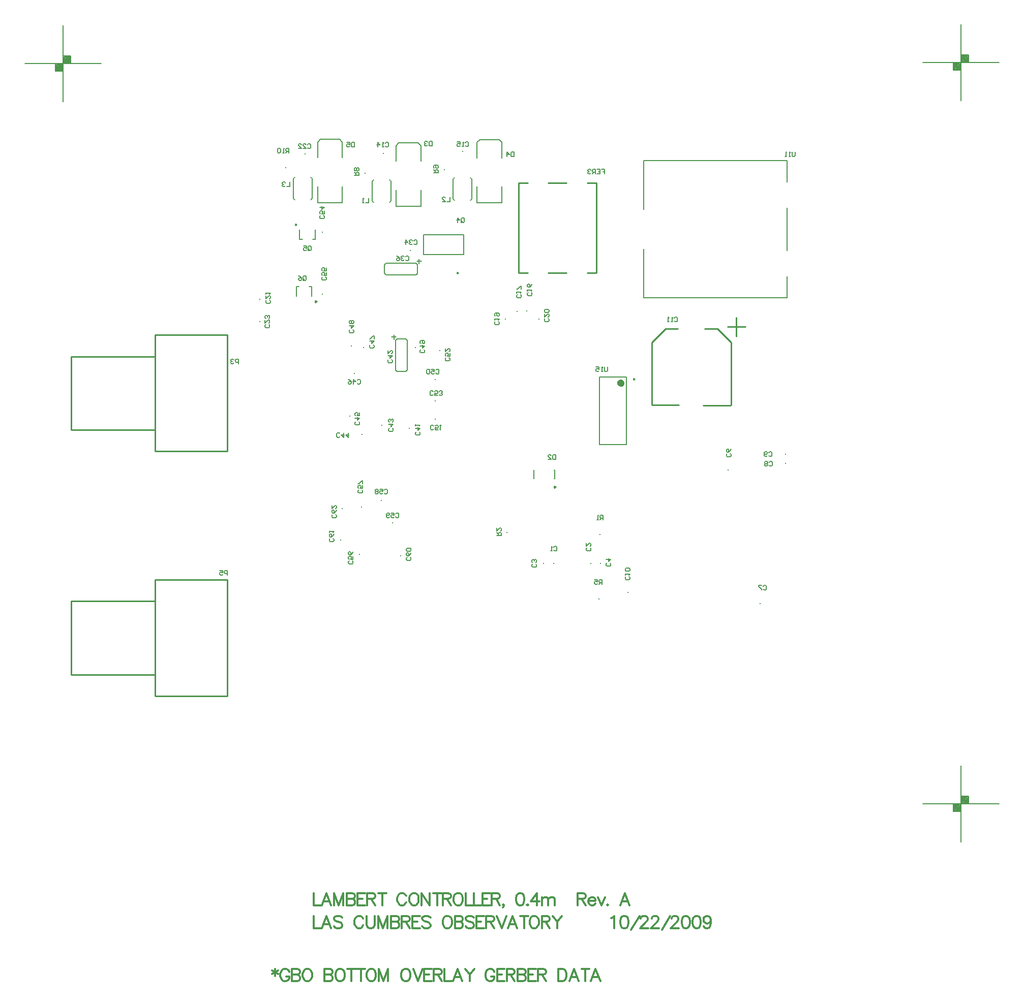
<source format=gbo>
%FSLAX23Y23*%
%MOIN*%
G70*
G01*
G75*
G04 Layer_Color=32896*
%ADD10R,0.050X0.050*%
%ADD11R,0.035X0.053*%
%ADD12R,0.053X0.053*%
%ADD13R,0.050X0.050*%
%ADD14R,0.070X0.135*%
%ADD15O,0.087X0.024*%
%ADD16R,0.135X0.070*%
%ADD17R,0.030X0.125*%
%ADD18R,0.078X0.048*%
%ADD19R,0.067X0.040*%
%ADD20R,0.037X0.035*%
%ADD21R,0.037X0.035*%
%ADD22R,0.065X0.012*%
%ADD23R,0.065X0.024*%
%ADD24R,0.075X0.063*%
%ADD25R,0.063X0.106*%
%ADD26R,0.150X0.110*%
%ADD27O,0.028X0.018*%
%ADD28R,0.067X0.067*%
%ADD29R,0.125X0.170*%
%ADD30R,0.110X0.030*%
%ADD31R,0.067X0.014*%
%ADD32O,0.083X0.012*%
%ADD33O,0.012X0.083*%
%ADD34R,0.138X0.085*%
%ADD35R,0.043X0.085*%
%ADD36R,0.043X0.085*%
%ADD37R,0.047X0.055*%
%ADD38O,0.012X0.071*%
%ADD39O,0.071X0.012*%
%ADD40R,0.075X0.059*%
%ADD41R,0.017X0.017*%
%ADD42R,0.134X0.134*%
%ADD43O,0.010X0.035*%
%ADD44O,0.035X0.010*%
%ADD45C,0.005*%
%ADD46C,0.010*%
%ADD47C,0.040*%
%ADD48C,0.020*%
%ADD49C,0.012*%
%ADD50C,0.008*%
%ADD51C,0.012*%
%ADD52C,0.012*%
%ADD53C,0.120*%
%ADD54C,0.060*%
%ADD55C,0.079*%
%ADD56C,0.087*%
%ADD57C,0.020*%
%ADD58C,0.059*%
%ADD59R,0.059X0.059*%
%ADD60C,0.080*%
%ADD61R,0.080X0.080*%
%ADD62C,0.157*%
%ADD63C,0.047*%
%ADD64R,0.087X0.087*%
%ADD65C,0.250*%
%ADD66R,0.062X0.062*%
%ADD67C,0.062*%
%ADD68C,0.030*%
%ADD69C,0.024*%
%ADD70C,0.028*%
%ADD71C,0.090*%
%ADD72C,0.050*%
%ADD73C,0.130*%
%ADD74C,0.103*%
%ADD75C,0.071*%
%ADD76C,0.030*%
%ADD77C,0.055*%
G04:AMPARAMS|DCode=78|XSize=100mil|YSize=100mil|CornerRadius=0mil|HoleSize=0mil|Usage=FLASHONLY|Rotation=0.000|XOffset=0mil|YOffset=0mil|HoleType=Round|Shape=Relief|Width=10mil|Gap=10mil|Entries=4|*
%AMTHD78*
7,0,0,0.100,0.080,0.010,45*
%
%ADD78THD78*%
%ADD79C,0.111*%
%ADD80C,0.056*%
%ADD81C,0.147*%
%ADD82C,0.044*%
%ADD83C,0.059*%
%ADD84C,0.048*%
%ADD85C,0.067*%
%ADD86C,0.140*%
%ADD87C,0.055*%
%ADD88C,0.036*%
G04:AMPARAMS|DCode=89|XSize=70mil|YSize=70mil|CornerRadius=0mil|HoleSize=0mil|Usage=FLASHONLY|Rotation=0.000|XOffset=0mil|YOffset=0mil|HoleType=Round|Shape=Relief|Width=10mil|Gap=10mil|Entries=4|*
%AMTHD89*
7,0,0,0.070,0.050,0.010,45*
%
%ADD89THD89*%
%ADD90C,0.033*%
G04:AMPARAMS|DCode=91|XSize=90mil|YSize=90mil|CornerRadius=0mil|HoleSize=0mil|Usage=FLASHONLY|Rotation=0.000|XOffset=0mil|YOffset=0mil|HoleType=Round|Shape=Relief|Width=10mil|Gap=10mil|Entries=4|*
%AMTHD91*
7,0,0,0.090,0.070,0.010,45*
%
%ADD91THD91*%
G04:AMPARAMS|DCode=92|XSize=111.181mil|YSize=111.181mil|CornerRadius=0mil|HoleSize=0mil|Usage=FLASHONLY|Rotation=0.000|XOffset=0mil|YOffset=0mil|HoleType=Round|Shape=Relief|Width=10mil|Gap=10mil|Entries=4|*
%AMTHD92*
7,0,0,0.111,0.091,0.010,45*
%
%ADD92THD92*%
G04:AMPARAMS|DCode=93|XSize=95.433mil|YSize=95.433mil|CornerRadius=0mil|HoleSize=0mil|Usage=FLASHONLY|Rotation=0.000|XOffset=0mil|YOffset=0mil|HoleType=Round|Shape=Relief|Width=10mil|Gap=10mil|Entries=4|*
%AMTHD93*
7,0,0,0.095,0.075,0.010,45*
%
%ADD93THD93*%
G04:AMPARAMS|DCode=94|XSize=150.551mil|YSize=150.551mil|CornerRadius=0mil|HoleSize=0mil|Usage=FLASHONLY|Rotation=0.000|XOffset=0mil|YOffset=0mil|HoleType=Round|Shape=Relief|Width=10mil|Gap=10mil|Entries=4|*
%AMTHD94*
7,0,0,0.151,0.131,0.010,45*
%
%ADD94THD94*%
G04:AMPARAMS|DCode=95|XSize=96.221mil|YSize=96.221mil|CornerRadius=0mil|HoleSize=0mil|Usage=FLASHONLY|Rotation=0.000|XOffset=0mil|YOffset=0mil|HoleType=Round|Shape=Relief|Width=10mil|Gap=10mil|Entries=4|*
%AMTHD95*
7,0,0,0.096,0.076,0.010,45*
%
%ADD95THD95*%
G04:AMPARAMS|DCode=96|XSize=107.244mil|YSize=107.244mil|CornerRadius=0mil|HoleSize=0mil|Usage=FLASHONLY|Rotation=0.000|XOffset=0mil|YOffset=0mil|HoleType=Round|Shape=Relief|Width=10mil|Gap=10mil|Entries=4|*
%AMTHD96*
7,0,0,0.107,0.087,0.010,45*
%
%ADD96THD96*%
G04:AMPARAMS|DCode=97|XSize=180mil|YSize=180mil|CornerRadius=0mil|HoleSize=0mil|Usage=FLASHONLY|Rotation=0.000|XOffset=0mil|YOffset=0mil|HoleType=Round|Shape=Relief|Width=10mil|Gap=10mil|Entries=4|*
%AMTHD97*
7,0,0,0.180,0.160,0.010,45*
%
%ADD97THD97*%
G04:AMPARAMS|DCode=98|XSize=95mil|YSize=95mil|CornerRadius=0mil|HoleSize=0mil|Usage=FLASHONLY|Rotation=0.000|XOffset=0mil|YOffset=0mil|HoleType=Round|Shape=Relief|Width=10mil|Gap=10mil|Entries=4|*
%AMTHD98*
7,0,0,0.095,0.075,0.010,45*
%
%ADD98THD98*%
G04:AMPARAMS|DCode=99|XSize=75.748mil|YSize=75.748mil|CornerRadius=0mil|HoleSize=0mil|Usage=FLASHONLY|Rotation=0.000|XOffset=0mil|YOffset=0mil|HoleType=Round|Shape=Relief|Width=10mil|Gap=10mil|Entries=4|*
%AMTHD99*
7,0,0,0.076,0.056,0.010,45*
%
%ADD99THD99*%
G04:AMPARAMS|DCode=100|XSize=73mil|YSize=73mil|CornerRadius=0mil|HoleSize=0mil|Usage=FLASHONLY|Rotation=0.000|XOffset=0mil|YOffset=0mil|HoleType=Round|Shape=Relief|Width=10mil|Gap=10mil|Entries=4|*
%AMTHD100*
7,0,0,0.073,0.053,0.010,45*
%
%ADD100THD100*%
%ADD101R,0.048X0.078*%
%ADD102R,0.200X0.040*%
%ADD103R,0.200X0.150*%
%ADD104R,0.106X0.150*%
%ADD105R,0.086X0.060*%
%ADD106R,0.130X0.094*%
%ADD107R,0.098X0.268*%
%ADD108R,0.035X0.037*%
%ADD109R,0.035X0.037*%
%ADD110C,0.010*%
%ADD111C,0.010*%
%ADD112C,0.007*%
%ADD113C,0.008*%
%ADD114C,0.024*%
%ADD115C,0.012*%
%ADD116C,0.012*%
%ADD117R,0.280X0.130*%
%ADD118R,0.054X0.054*%
%ADD119R,0.039X0.057*%
%ADD120R,0.057X0.057*%
%ADD121R,0.054X0.054*%
%ADD122R,0.074X0.139*%
%ADD123O,0.091X0.028*%
%ADD124R,0.139X0.074*%
%ADD125R,0.034X0.129*%
%ADD126R,0.082X0.052*%
%ADD127R,0.071X0.044*%
%ADD128R,0.041X0.039*%
%ADD129R,0.041X0.039*%
%ADD130R,0.069X0.016*%
%ADD131R,0.069X0.028*%
%ADD132R,0.079X0.067*%
%ADD133R,0.067X0.110*%
%ADD134R,0.154X0.114*%
%ADD135O,0.032X0.022*%
%ADD136R,0.071X0.071*%
%ADD137R,0.129X0.174*%
%ADD138R,0.114X0.034*%
%ADD139R,0.071X0.018*%
%ADD140O,0.087X0.016*%
%ADD141O,0.016X0.087*%
%ADD142R,0.142X0.089*%
%ADD143R,0.047X0.089*%
%ADD144R,0.047X0.089*%
%ADD145R,0.051X0.059*%
%ADD146O,0.016X0.075*%
%ADD147O,0.075X0.016*%
%ADD148R,0.079X0.063*%
%ADD149R,0.021X0.021*%
%ADD150R,0.138X0.138*%
%ADD151O,0.014X0.039*%
%ADD152O,0.039X0.014*%
%ADD153C,0.124*%
%ADD154C,0.064*%
%ADD155C,0.083*%
%ADD156C,0.091*%
%ADD157C,0.063*%
%ADD158R,0.063X0.063*%
%ADD159C,0.084*%
%ADD160R,0.084X0.084*%
%ADD161C,0.161*%
%ADD162R,0.004X0.004*%
%ADD163C,0.004*%
%ADD164C,0.051*%
%ADD165R,0.091X0.091*%
%ADD166C,0.254*%
%ADD167R,0.066X0.066*%
%ADD168C,0.066*%
%ADD169C,0.034*%
%ADD170C,0.032*%
%ADD171R,0.052X0.082*%
%ADD172R,0.204X0.044*%
%ADD173R,0.204X0.154*%
%ADD174R,0.110X0.154*%
%ADD175R,0.090X0.064*%
%ADD176R,0.134X0.098*%
%ADD177R,0.102X0.272*%
%ADD178R,0.039X0.041*%
%ADD179R,0.039X0.041*%
D45*
X19807Y10670D02*
X19812Y10665D01*
Y10655D01*
X19807Y10650D01*
X19787D01*
X19782Y10655D01*
Y10665D01*
X19787Y10670D01*
X19812Y10700D02*
Y10680D01*
X19797D01*
X19802Y10690D01*
Y10695D01*
X19797Y10700D01*
X19787D01*
X19782Y10695D01*
Y10685D01*
X19787Y10680D01*
X19812Y10730D02*
X19807Y10720D01*
X19797Y10710D01*
X19787D01*
X19782Y10715D01*
Y10725D01*
X19787Y10730D01*
X19792D01*
X19797Y10725D01*
Y10710D01*
X19869Y11135D02*
X19874Y11130D01*
Y11120D01*
X19869Y11115D01*
X19849D01*
X19844Y11120D01*
Y11130D01*
X19849Y11135D01*
X19874Y11165D02*
Y11145D01*
X19859D01*
X19864Y11155D01*
Y11160D01*
X19859Y11165D01*
X19849D01*
X19844Y11160D01*
Y11150D01*
X19849Y11145D01*
X19874Y11175D02*
Y11195D01*
X19869D01*
X19849Y11175D01*
X19844D01*
X20016Y11136D02*
X20021Y11141D01*
X20031D01*
X20036Y11136D01*
Y11116D01*
X20031Y11111D01*
X20021D01*
X20016Y11116D01*
X19986Y11141D02*
X20006D01*
Y11126D01*
X19996Y11131D01*
X19991D01*
X19986Y11126D01*
Y11116D01*
X19991Y11111D01*
X20001D01*
X20006Y11116D01*
X19976Y11136D02*
X19971Y11141D01*
X19961D01*
X19956Y11136D01*
Y11131D01*
X19961Y11126D01*
X19956Y11121D01*
Y11116D01*
X19961Y11111D01*
X19971D01*
X19976Y11116D01*
Y11121D01*
X19971Y11126D01*
X19976Y11131D01*
Y11136D01*
X19971Y11126D02*
X19961D01*
X20091Y10979D02*
X20096Y10984D01*
X20106D01*
X20111Y10979D01*
Y10959D01*
X20106Y10954D01*
X20096D01*
X20091Y10959D01*
X20061Y10984D02*
X20081D01*
Y10969D01*
X20071Y10974D01*
X20066D01*
X20061Y10969D01*
Y10959D01*
X20066Y10954D01*
X20076D01*
X20081Y10959D01*
X20051D02*
X20046Y10954D01*
X20036D01*
X20031Y10959D01*
Y10979D01*
X20036Y10984D01*
X20046D01*
X20051Y10979D01*
Y10974D01*
X20046Y10969D01*
X20031D01*
X20187Y10694D02*
X20192Y10689D01*
Y10679D01*
X20187Y10674D01*
X20167D01*
X20162Y10679D01*
Y10689D01*
X20167Y10694D01*
X20192Y10724D02*
X20187Y10714D01*
X20177Y10704D01*
X20167D01*
X20162Y10709D01*
Y10719D01*
X20167Y10724D01*
X20172D01*
X20177Y10719D01*
Y10704D01*
X20187Y10734D02*
X20192Y10739D01*
Y10749D01*
X20187Y10754D01*
X20167D01*
X20162Y10749D01*
Y10739D01*
X20167Y10734D01*
X20187D01*
X19682Y10818D02*
X19687Y10813D01*
Y10803D01*
X19682Y10798D01*
X19662D01*
X19657Y10803D01*
Y10813D01*
X19662Y10818D01*
X19687Y10848D02*
X19682Y10838D01*
X19672Y10828D01*
X19662D01*
X19657Y10833D01*
Y10843D01*
X19662Y10848D01*
X19667D01*
X19672Y10843D01*
Y10828D01*
X19657Y10858D02*
Y10868D01*
Y10863D01*
X19687D01*
X19682Y10858D01*
X19698Y10974D02*
X19703Y10969D01*
Y10959D01*
X19698Y10954D01*
X19678D01*
X19673Y10959D01*
Y10969D01*
X19678Y10974D01*
X19703Y11004D02*
X19698Y10994D01*
X19688Y10984D01*
X19678D01*
X19673Y10989D01*
Y10999D01*
X19678Y11004D01*
X19683D01*
X19688Y10999D01*
Y10984D01*
X19673Y11034D02*
Y11014D01*
X19693Y11034D01*
X19698D01*
X19703Y11029D01*
Y11019D01*
X19698Y11014D01*
X21480Y11943D02*
Y11918D01*
X21475Y11913D01*
X21465D01*
X21460Y11918D01*
Y11943D01*
X21450Y11913D02*
X21440D01*
X21445D01*
Y11943D01*
X21450Y11938D01*
X21405Y11943D02*
X21425D01*
Y11928D01*
X21415Y11933D01*
X21410D01*
X21405Y11928D01*
Y11918D01*
X21410Y11913D01*
X21420D01*
X21425Y11918D01*
X21441Y13239D02*
X21461D01*
Y13224D01*
X21451D01*
X21461D01*
Y13209D01*
X21411Y13239D02*
X21431D01*
Y13209D01*
X21411D01*
X21431Y13224D02*
X21421D01*
X21401Y13209D02*
Y13239D01*
X21386D01*
X21381Y13234D01*
Y13224D01*
X21386Y13219D01*
X21401D01*
X21391D02*
X21381Y13209D01*
X21371Y13234D02*
X21366Y13239D01*
X21356D01*
X21351Y13234D01*
Y13229D01*
X21356Y13224D01*
X21361D01*
X21356D01*
X21351Y13219D01*
Y13214D01*
X21356Y13209D01*
X21366D01*
X21371Y13214D01*
X22709Y13354D02*
Y13329D01*
X22704Y13324D01*
X22694D01*
X22689Y13329D01*
Y13354D01*
X22679Y13324D02*
X22669D01*
X22674D01*
Y13354D01*
X22679Y13349D01*
X22654Y13324D02*
X22644D01*
X22649D01*
Y13354D01*
X22654Y13349D01*
X20211Y12770D02*
X20216Y12775D01*
X20226D01*
X20231Y12770D01*
Y12750D01*
X20226Y12745D01*
X20216D01*
X20211Y12750D01*
X20201Y12770D02*
X20196Y12775D01*
X20186D01*
X20181Y12770D01*
Y12765D01*
X20186Y12760D01*
X20191D01*
X20186D01*
X20181Y12755D01*
Y12750D01*
X20186Y12745D01*
X20196D01*
X20201Y12750D01*
X20156Y12745D02*
Y12775D01*
X20171Y12760D01*
X20151D01*
X20156Y12665D02*
X20161Y12670D01*
X20171D01*
X20176Y12665D01*
Y12645D01*
X20171Y12640D01*
X20161D01*
X20156Y12645D01*
X20146Y12665D02*
X20141Y12670D01*
X20131D01*
X20126Y12665D01*
Y12660D01*
X20131Y12655D01*
X20136D01*
X20131D01*
X20126Y12650D01*
Y12645D01*
X20131Y12640D01*
X20141D01*
X20146Y12645D01*
X20096Y12670D02*
X20106Y12665D01*
X20116Y12655D01*
Y12645D01*
X20111Y12640D01*
X20101D01*
X20096Y12645D01*
Y12650D01*
X20101Y12655D01*
X20116D01*
X20246Y11516D02*
X20251Y11511D01*
Y11501D01*
X20246Y11496D01*
X20226D01*
X20221Y11501D01*
Y11511D01*
X20226Y11516D01*
X20221Y11541D02*
X20251D01*
X20236Y11526D01*
Y11546D01*
X20221Y11556D02*
Y11566D01*
Y11561D01*
X20251D01*
X20246Y11556D01*
X20064Y11990D02*
X20069Y11985D01*
Y11975D01*
X20064Y11970D01*
X20044D01*
X20039Y11975D01*
Y11985D01*
X20044Y11990D01*
X20039Y12015D02*
X20069D01*
X20054Y12000D01*
Y12020D01*
X20039Y12050D02*
Y12030D01*
X20059Y12050D01*
X20064D01*
X20069Y12045D01*
Y12035D01*
X20064Y12030D01*
X20069Y11540D02*
X20074Y11535D01*
Y11525D01*
X20069Y11520D01*
X20049D01*
X20044Y11525D01*
Y11535D01*
X20049Y11540D01*
X20044Y11565D02*
X20074D01*
X20059Y11550D01*
Y11570D01*
X20069Y11580D02*
X20074Y11585D01*
Y11595D01*
X20069Y11600D01*
X20064D01*
X20059Y11595D01*
Y11590D01*
Y11595D01*
X20054Y11600D01*
X20049D01*
X20044Y11595D01*
Y11585D01*
X20049Y11580D01*
X19724Y11486D02*
X19719Y11481D01*
X19709D01*
X19704Y11486D01*
Y11506D01*
X19709Y11511D01*
X19719D01*
X19724Y11506D01*
X19749Y11511D02*
Y11481D01*
X19734Y11496D01*
X19754D01*
X19779Y11511D02*
Y11481D01*
X19764Y11496D01*
X19784D01*
X19850Y11583D02*
X19855Y11578D01*
Y11568D01*
X19850Y11563D01*
X19830D01*
X19825Y11568D01*
Y11578D01*
X19830Y11583D01*
X19825Y11608D02*
X19855D01*
X19840Y11593D01*
Y11613D01*
X19855Y11643D02*
Y11623D01*
X19840D01*
X19845Y11633D01*
Y11638D01*
X19840Y11643D01*
X19830D01*
X19825Y11638D01*
Y11628D01*
X19830Y11623D01*
X19839Y11855D02*
X19844Y11860D01*
X19854D01*
X19859Y11855D01*
Y11835D01*
X19854Y11830D01*
X19844D01*
X19839Y11835D01*
X19814Y11830D02*
Y11860D01*
X19829Y11845D01*
X19809D01*
X19779Y11860D02*
X19789Y11855D01*
X19799Y11845D01*
Y11835D01*
X19794Y11830D01*
X19784D01*
X19779Y11835D01*
Y11840D01*
X19784Y11845D01*
X19799D01*
X19945Y12087D02*
X19950Y12082D01*
Y12072D01*
X19945Y12067D01*
X19925D01*
X19920Y12072D01*
Y12082D01*
X19925Y12087D01*
X19920Y12112D02*
X19950D01*
X19935Y12097D01*
Y12117D01*
X19950Y12127D02*
Y12147D01*
X19945D01*
X19925Y12127D01*
X19920D01*
X19812Y12187D02*
X19817Y12182D01*
Y12172D01*
X19812Y12167D01*
X19792D01*
X19787Y12172D01*
Y12182D01*
X19792Y12187D01*
X19787Y12212D02*
X19817D01*
X19802Y12197D01*
Y12217D01*
X19812Y12227D02*
X19817Y12232D01*
Y12242D01*
X19812Y12247D01*
X19807D01*
X19802Y12242D01*
X19797Y12247D01*
X19792D01*
X19787Y12242D01*
Y12232D01*
X19792Y12227D01*
X19797D01*
X19802Y12232D01*
X19807Y12227D01*
X19812D01*
X19802Y12232D02*
Y12242D01*
X20277Y12056D02*
X20282Y12051D01*
Y12041D01*
X20277Y12036D01*
X20257D01*
X20252Y12041D01*
Y12051D01*
X20257Y12056D01*
X20252Y12081D02*
X20282D01*
X20267Y12066D01*
Y12086D01*
X20257Y12096D02*
X20252Y12101D01*
Y12111D01*
X20257Y12116D01*
X20277D01*
X20282Y12111D01*
Y12101D01*
X20277Y12096D01*
X20272D01*
X20267Y12101D01*
Y12116D01*
X20355Y11922D02*
X20360Y11927D01*
X20370D01*
X20375Y11922D01*
Y11902D01*
X20370Y11897D01*
X20360D01*
X20355Y11902D01*
X20325Y11927D02*
X20345D01*
Y11912D01*
X20335Y11917D01*
X20330D01*
X20325Y11912D01*
Y11902D01*
X20330Y11897D01*
X20340D01*
X20345Y11902D01*
X20315Y11922D02*
X20310Y11927D01*
X20300D01*
X20295Y11922D01*
Y11902D01*
X20300Y11897D01*
X20310D01*
X20315Y11902D01*
Y11922D01*
X20340Y11536D02*
X20335Y11531D01*
X20325D01*
X20320Y11536D01*
Y11556D01*
X20325Y11561D01*
X20335D01*
X20340Y11556D01*
X20370Y11531D02*
X20350D01*
Y11546D01*
X20360Y11541D01*
X20365D01*
X20370Y11546D01*
Y11556D01*
X20365Y11561D01*
X20355D01*
X20350Y11556D01*
X20380Y11561D02*
X20390D01*
X20385D01*
Y11531D01*
X20380Y11536D01*
X20441Y12003D02*
X20446Y11998D01*
Y11988D01*
X20441Y11983D01*
X20421D01*
X20416Y11988D01*
Y11998D01*
X20421Y12003D01*
X20446Y12033D02*
Y12013D01*
X20431D01*
X20436Y12023D01*
Y12028D01*
X20431Y12033D01*
X20421D01*
X20416Y12028D01*
Y12018D01*
X20421Y12013D01*
X20416Y12063D02*
Y12043D01*
X20436Y12063D01*
X20441D01*
X20446Y12058D01*
Y12048D01*
X20441Y12043D01*
X20336Y11761D02*
X20331Y11756D01*
X20321D01*
X20316Y11761D01*
Y11781D01*
X20321Y11786D01*
X20331D01*
X20336Y11781D01*
X20366Y11756D02*
X20346D01*
Y11771D01*
X20356Y11766D01*
X20361D01*
X20366Y11771D01*
Y11781D01*
X20361Y11786D01*
X20351D01*
X20346Y11781D01*
X20376Y11761D02*
X20381Y11756D01*
X20391D01*
X20396Y11761D01*
Y11766D01*
X20391Y11771D01*
X20386D01*
X20391D01*
X20396Y11776D01*
Y11781D01*
X20391Y11786D01*
X20381D01*
X20376Y11781D01*
X19060Y11964D02*
Y11994D01*
X19045D01*
X19040Y11989D01*
Y11979D01*
X19045Y11974D01*
X19060D01*
X19030Y11989D02*
X19025Y11994D01*
X19015D01*
X19010Y11989D01*
Y11984D01*
X19015Y11979D01*
X19020D01*
X19015D01*
X19010Y11974D01*
Y11969D01*
X19015Y11964D01*
X19025D01*
X19030Y11969D01*
X18988Y10577D02*
Y10607D01*
X18973D01*
X18968Y10602D01*
Y10592D01*
X18973Y10587D01*
X18988D01*
X18938Y10607D02*
X18958D01*
Y10592D01*
X18948Y10597D01*
X18943D01*
X18938Y10592D01*
Y10582D01*
X18943Y10577D01*
X18953D01*
X18958Y10582D01*
X20521Y12895D02*
Y12915D01*
X20526Y12920D01*
X20536D01*
X20541Y12915D01*
Y12895D01*
X20536Y12890D01*
X20526D01*
X20531Y12900D02*
X20521Y12890D01*
X20526D02*
X20521Y12895D01*
X20496Y12890D02*
Y12920D01*
X20511Y12905D01*
X20491D01*
X21918Y12264D02*
X21923Y12269D01*
X21933D01*
X21938Y12264D01*
Y12244D01*
X21933Y12239D01*
X21923D01*
X21918Y12244D01*
X21908Y12239D02*
X21898D01*
X21903D01*
Y12269D01*
X21908Y12264D01*
X21883Y12239D02*
X21873D01*
X21878D01*
Y12269D01*
X21883Y12264D01*
X20023Y13411D02*
X20028Y13416D01*
X20038D01*
X20043Y13411D01*
Y13391D01*
X20038Y13386D01*
X20028D01*
X20023Y13391D01*
X20013Y13386D02*
X20003D01*
X20008D01*
Y13416D01*
X20013Y13411D01*
X19973Y13386D02*
Y13416D01*
X19988Y13401D01*
X19968D01*
X20548Y13414D02*
X20553Y13419D01*
X20563D01*
X20568Y13414D01*
Y13394D01*
X20563Y13389D01*
X20553D01*
X20548Y13394D01*
X20538Y13389D02*
X20528D01*
X20533D01*
Y13419D01*
X20538Y13414D01*
X20493Y13419D02*
X20513D01*
Y13404D01*
X20503Y13409D01*
X20498D01*
X20493Y13404D01*
Y13394D01*
X20498Y13389D01*
X20508D01*
X20513Y13394D01*
X20979Y12431D02*
X20984Y12426D01*
Y12416D01*
X20979Y12411D01*
X20959D01*
X20954Y12416D01*
Y12426D01*
X20959Y12431D01*
X20954Y12441D02*
Y12451D01*
Y12446D01*
X20984D01*
X20979Y12441D01*
X20984Y12486D02*
X20979Y12476D01*
X20969Y12466D01*
X20959D01*
X20954Y12471D01*
Y12481D01*
X20959Y12486D01*
X20964D01*
X20969Y12481D01*
Y12466D01*
X20909Y12418D02*
X20914Y12413D01*
Y12403D01*
X20909Y12398D01*
X20889D01*
X20884Y12403D01*
Y12413D01*
X20889Y12418D01*
X20884Y12428D02*
Y12438D01*
Y12433D01*
X20914D01*
X20909Y12428D01*
X20914Y12453D02*
Y12473D01*
X20909D01*
X20889Y12453D01*
X20884D01*
X20764Y12240D02*
X20769Y12235D01*
Y12225D01*
X20764Y12220D01*
X20744D01*
X20739Y12225D01*
Y12235D01*
X20744Y12240D01*
X20739Y12250D02*
Y12260D01*
Y12255D01*
X20769D01*
X20764Y12250D01*
X20744Y12275D02*
X20739Y12280D01*
Y12290D01*
X20744Y12295D01*
X20764D01*
X20769Y12290D01*
Y12280D01*
X20764Y12275D01*
X20759D01*
X20754Y12280D01*
Y12295D01*
X21091Y12260D02*
X21096Y12255D01*
Y12245D01*
X21091Y12240D01*
X21071D01*
X21066Y12245D01*
Y12255D01*
X21071Y12260D01*
X21066Y12290D02*
Y12270D01*
X21086Y12290D01*
X21091D01*
X21096Y12285D01*
Y12275D01*
X21091Y12270D01*
Y12300D02*
X21096Y12305D01*
Y12315D01*
X21091Y12320D01*
X21071D01*
X21066Y12315D01*
Y12305D01*
X21071Y12300D01*
X21091D01*
X19264Y12380D02*
X19269Y12375D01*
Y12365D01*
X19264Y12360D01*
X19244D01*
X19239Y12365D01*
Y12375D01*
X19244Y12380D01*
X19239Y12410D02*
Y12390D01*
X19259Y12410D01*
X19264D01*
X19269Y12405D01*
Y12395D01*
X19264Y12390D01*
X19239Y12420D02*
Y12430D01*
Y12425D01*
X19269D01*
X19264Y12420D01*
X19513Y13400D02*
X19518Y13405D01*
X19528D01*
X19533Y13400D01*
Y13380D01*
X19528Y13375D01*
X19518D01*
X19513Y13380D01*
X19483Y13375D02*
X19503D01*
X19483Y13395D01*
Y13400D01*
X19488Y13405D01*
X19498D01*
X19503Y13400D01*
X19453Y13375D02*
X19473D01*
X19453Y13395D01*
Y13400D01*
X19458Y13405D01*
X19468D01*
X19473Y13400D01*
X19259Y12220D02*
X19264Y12215D01*
Y12205D01*
X19259Y12200D01*
X19239D01*
X19234Y12205D01*
Y12215D01*
X19239Y12220D01*
X19234Y12250D02*
Y12230D01*
X19254Y12250D01*
X19259D01*
X19264Y12245D01*
Y12235D01*
X19259Y12230D01*
Y12260D02*
X19264Y12265D01*
Y12275D01*
X19259Y12280D01*
X19254D01*
X19249Y12275D01*
Y12270D01*
Y12275D01*
X19244Y12280D01*
X19239D01*
X19234Y12275D01*
Y12265D01*
X19239Y12260D01*
X19618Y12936D02*
X19623Y12931D01*
Y12921D01*
X19618Y12916D01*
X19598D01*
X19593Y12921D01*
Y12931D01*
X19598Y12936D01*
X19623Y12966D02*
Y12946D01*
X19608D01*
X19613Y12956D01*
Y12961D01*
X19608Y12966D01*
X19598D01*
X19593Y12961D01*
Y12951D01*
X19598Y12946D01*
X19593Y12991D02*
X19623D01*
X19608Y12976D01*
Y12996D01*
X19631Y12532D02*
X19636Y12527D01*
Y12517D01*
X19631Y12512D01*
X19611D01*
X19606Y12517D01*
Y12527D01*
X19611Y12532D01*
X19636Y12562D02*
Y12542D01*
X19621D01*
X19626Y12552D01*
Y12557D01*
X19621Y12562D01*
X19611D01*
X19606Y12557D01*
Y12547D01*
X19611Y12542D01*
X19636Y12592D02*
Y12572D01*
X19621D01*
X19626Y12582D01*
Y12587D01*
X19621Y12592D01*
X19611D01*
X19606Y12587D01*
Y12577D01*
X19611Y12572D01*
X20329Y13422D02*
Y13392D01*
X20314D01*
X20309Y13397D01*
Y13417D01*
X20314Y13422D01*
X20329D01*
X20299Y13417D02*
X20294Y13422D01*
X20284D01*
X20279Y13417D01*
Y13412D01*
X20284Y13407D01*
X20289D01*
X20284D01*
X20279Y13402D01*
Y13397D01*
X20284Y13392D01*
X20294D01*
X20299Y13397D01*
X20867Y13352D02*
Y13322D01*
X20852D01*
X20847Y13327D01*
Y13347D01*
X20852Y13352D01*
X20867D01*
X20822Y13322D02*
Y13352D01*
X20837Y13337D01*
X20817D01*
X19820Y13415D02*
Y13385D01*
X19805D01*
X19800Y13390D01*
Y13410D01*
X19805Y13415D01*
X19820D01*
X19770D02*
X19790D01*
Y13400D01*
X19780Y13405D01*
X19775D01*
X19770Y13400D01*
Y13390D01*
X19775Y13385D01*
X19785D01*
X19790Y13390D01*
X19913Y13050D02*
Y13020D01*
X19893D01*
X19883D02*
X19873D01*
X19878D01*
Y13050D01*
X19883Y13045D01*
X20446Y13058D02*
Y13028D01*
X20426D01*
X20396D02*
X20416D01*
X20396Y13048D01*
Y13053D01*
X20401Y13058D01*
X20411D01*
X20416Y13053D01*
X19398Y13155D02*
Y13125D01*
X19378D01*
X19368Y13150D02*
X19363Y13155D01*
X19353D01*
X19348Y13150D01*
Y13145D01*
X19353Y13140D01*
X19358D01*
X19353D01*
X19348Y13135D01*
Y13130D01*
X19353Y13125D01*
X19363D01*
X19368Y13130D01*
X19516Y12710D02*
Y12730D01*
X19521Y12735D01*
X19531D01*
X19536Y12730D01*
Y12710D01*
X19531Y12705D01*
X19521D01*
X19526Y12715D02*
X19516Y12705D01*
X19521D02*
X19516Y12710D01*
X19486Y12735D02*
X19506D01*
Y12720D01*
X19496Y12725D01*
X19491D01*
X19486Y12720D01*
Y12710D01*
X19491Y12705D01*
X19501D01*
X19506Y12710D01*
X19485Y12516D02*
Y12536D01*
X19490Y12541D01*
X19500D01*
X19505Y12536D01*
Y12516D01*
X19500Y12511D01*
X19490D01*
X19495Y12521D02*
X19485Y12511D01*
X19490D02*
X19485Y12516D01*
X19455Y12541D02*
X19465Y12536D01*
X19475Y12526D01*
Y12516D01*
X19470Y12511D01*
X19460D01*
X19455Y12516D01*
Y12521D01*
X19460Y12526D01*
X19475D01*
X19820Y13199D02*
X19850D01*
Y13214D01*
X19845Y13219D01*
X19835D01*
X19830Y13214D01*
Y13199D01*
Y13209D02*
X19820Y13219D01*
X19845Y13229D02*
X19850Y13234D01*
Y13244D01*
X19845Y13249D01*
X19840D01*
X19835Y13244D01*
X19830Y13249D01*
X19825D01*
X19820Y13244D01*
Y13234D01*
X19825Y13229D01*
X19830D01*
X19835Y13234D01*
X19840Y13229D01*
X19845D01*
X19835Y13234D02*
Y13244D01*
X20339Y13216D02*
X20369D01*
Y13231D01*
X20364Y13236D01*
X20354D01*
X20349Y13231D01*
Y13216D01*
Y13226D02*
X20339Y13236D01*
X20344Y13246D02*
X20339Y13251D01*
Y13261D01*
X20344Y13266D01*
X20364D01*
X20369Y13261D01*
Y13251D01*
X20364Y13246D01*
X20359D01*
X20354Y13251D01*
Y13266D01*
X19391Y13347D02*
Y13377D01*
X19376D01*
X19371Y13372D01*
Y13362D01*
X19376Y13357D01*
X19391D01*
X19381D02*
X19371Y13347D01*
X19361D02*
X19351D01*
X19356D01*
Y13377D01*
X19361Y13372D01*
X19336D02*
X19331Y13377D01*
X19321D01*
X19316Y13372D01*
Y13352D01*
X19321Y13347D01*
X19331D01*
X19336Y13352D01*
Y13372D01*
X21128Y10761D02*
X21133Y10766D01*
X21143D01*
X21148Y10761D01*
Y10741D01*
X21143Y10736D01*
X21133D01*
X21128Y10741D01*
X21118Y10736D02*
X21108D01*
X21113D01*
Y10766D01*
X21118Y10761D01*
X21366Y10756D02*
X21371Y10751D01*
Y10741D01*
X21366Y10736D01*
X21346D01*
X21341Y10741D01*
Y10751D01*
X21346Y10756D01*
X21341Y10786D02*
Y10766D01*
X21361Y10786D01*
X21366D01*
X21371Y10781D01*
Y10771D01*
X21366Y10766D01*
X21010Y10649D02*
X21015Y10644D01*
Y10634D01*
X21010Y10629D01*
X20990D01*
X20985Y10634D01*
Y10644D01*
X20990Y10649D01*
X21010Y10659D02*
X21015Y10664D01*
Y10674D01*
X21010Y10679D01*
X21005D01*
X21000Y10674D01*
Y10669D01*
Y10674D01*
X20995Y10679D01*
X20990D01*
X20985Y10674D01*
Y10664D01*
X20990Y10659D01*
X21496Y10656D02*
X21501Y10651D01*
Y10641D01*
X21496Y10636D01*
X21476D01*
X21471Y10641D01*
Y10651D01*
X21476Y10656D01*
X21471Y10681D02*
X21501D01*
X21486Y10666D01*
Y10686D01*
X22285Y11374D02*
X22290Y11369D01*
Y11359D01*
X22285Y11354D01*
X22265D01*
X22260Y11359D01*
Y11369D01*
X22265Y11374D01*
X22290Y11404D02*
X22285Y11394D01*
X22275Y11384D01*
X22265D01*
X22260Y11389D01*
Y11399D01*
X22265Y11404D01*
X22270D01*
X22275Y11399D01*
Y11384D01*
X22501Y10504D02*
X22506Y10509D01*
X22516D01*
X22521Y10504D01*
Y10484D01*
X22516Y10479D01*
X22506D01*
X22501Y10484D01*
X22491Y10509D02*
X22471D01*
Y10504D01*
X22491Y10484D01*
Y10479D01*
X22540Y11317D02*
X22545Y11322D01*
X22555D01*
X22560Y11317D01*
Y11297D01*
X22555Y11292D01*
X22545D01*
X22540Y11297D01*
X22530Y11317D02*
X22525Y11322D01*
X22515D01*
X22510Y11317D01*
Y11312D01*
X22515Y11307D01*
X22510Y11302D01*
Y11297D01*
X22515Y11292D01*
X22525D01*
X22530Y11297D01*
Y11302D01*
X22525Y11307D01*
X22530Y11312D01*
Y11317D01*
X22525Y11307D02*
X22515D01*
X22538Y11380D02*
X22543Y11385D01*
X22553D01*
X22558Y11380D01*
Y11360D01*
X22553Y11355D01*
X22543D01*
X22538Y11360D01*
X22528D02*
X22523Y11355D01*
X22513D01*
X22508Y11360D01*
Y11380D01*
X22513Y11385D01*
X22523D01*
X22528Y11380D01*
Y11375D01*
X22523Y11370D01*
X22508D01*
X21622Y10567D02*
X21627Y10562D01*
Y10552D01*
X21622Y10547D01*
X21602D01*
X21597Y10552D01*
Y10562D01*
X21602Y10567D01*
X21597Y10577D02*
Y10587D01*
Y10582D01*
X21627D01*
X21622Y10577D01*
Y10602D02*
X21627Y10607D01*
Y10617D01*
X21622Y10622D01*
X21602D01*
X21597Y10617D01*
Y10607D01*
X21602Y10602D01*
X21622D01*
X21139Y11365D02*
Y11335D01*
X21124D01*
X21119Y11340D01*
Y11360D01*
X21124Y11365D01*
X21139D01*
X21089Y11335D02*
X21109D01*
X21089Y11355D01*
Y11360D01*
X21094Y11365D01*
X21104D01*
X21109Y11360D01*
X21451Y10940D02*
Y10970D01*
X21436D01*
X21431Y10965D01*
Y10955D01*
X21436Y10950D01*
X21451D01*
X21441D02*
X21431Y10940D01*
X21421D02*
X21411D01*
X21416D01*
Y10970D01*
X21421Y10965D01*
X20755Y10836D02*
X20785D01*
Y10851D01*
X20780Y10856D01*
X20770D01*
X20765Y10851D01*
Y10836D01*
Y10846D02*
X20755Y10856D01*
Y10886D02*
Y10866D01*
X20775Y10886D01*
X20780D01*
X20785Y10881D01*
Y10871D01*
X20780Y10866D01*
X21445Y10517D02*
Y10547D01*
X21430D01*
X21425Y10542D01*
Y10532D01*
X21430Y10527D01*
X21445D01*
X21435D02*
X21425Y10517D01*
X21395Y10547D02*
X21415D01*
Y10532D01*
X21405Y10537D01*
X21400D01*
X21395Y10532D01*
Y10522D01*
X21400Y10517D01*
X21410D01*
X21415Y10522D01*
D46*
X18515Y11389D02*
Y11771D01*
Y11389D02*
X18987D01*
Y11747D01*
X18515Y12153D02*
X18987D01*
Y11747D02*
Y12153D01*
X17964Y12011D02*
X18515D01*
X17964Y11531D02*
Y12011D01*
Y11531D02*
X18515D01*
Y11771D02*
Y12153D01*
Y9783D02*
Y10165D01*
Y9783D02*
X18987D01*
Y10141D01*
X18515Y10547D02*
X18987D01*
Y10141D02*
Y10547D01*
X17964Y10405D02*
X18515D01*
X17964Y9924D02*
Y10405D01*
Y9924D02*
X18515D01*
Y10165D02*
Y10547D01*
X21406Y12559D02*
Y13149D01*
X21346D02*
X21406D01*
X21346Y12559D02*
X21406D01*
X20896D02*
Y13149D01*
X20956D01*
X20896Y12559D02*
X20956D01*
X21091D02*
X21211D01*
X21091Y13149D02*
X21211D01*
X22199Y12194D02*
X22289Y12104D01*
X21769D02*
X21859Y12194D01*
X22289Y11694D02*
Y12104D01*
X21769Y11694D02*
Y12104D01*
X22323Y12142D02*
Y12268D01*
X22266Y12205D02*
X22385D01*
X21769Y11694D02*
X21948D01*
X22108Y11691D02*
X22286D01*
X21859Y12194D02*
X21941D01*
X22117D02*
X22199D01*
D49*
X19300Y7993D02*
Y7947D01*
X19281Y7982D02*
X19319Y7959D01*
Y7982D02*
X19281Y7959D01*
X19393Y7974D02*
X19389Y7982D01*
X19381Y7989D01*
X19374Y7993D01*
X19358D01*
X19351Y7989D01*
X19343Y7982D01*
X19339Y7974D01*
X19335Y7963D01*
Y7943D01*
X19339Y7932D01*
X19343Y7924D01*
X19351Y7917D01*
X19358Y7913D01*
X19374D01*
X19381Y7917D01*
X19389Y7924D01*
X19393Y7932D01*
Y7943D01*
X19374D02*
X19393D01*
X19411Y7993D02*
Y7913D01*
Y7993D02*
X19445D01*
X19457Y7989D01*
X19460Y7985D01*
X19464Y7978D01*
Y7970D01*
X19460Y7963D01*
X19457Y7959D01*
X19445Y7955D01*
X19411D02*
X19445D01*
X19457Y7951D01*
X19460Y7947D01*
X19464Y7940D01*
Y7928D01*
X19460Y7921D01*
X19457Y7917D01*
X19445Y7913D01*
X19411D01*
X19505Y7993D02*
X19497Y7989D01*
X19490Y7982D01*
X19486Y7974D01*
X19482Y7963D01*
Y7943D01*
X19486Y7932D01*
X19490Y7924D01*
X19497Y7917D01*
X19505Y7913D01*
X19520D01*
X19528Y7917D01*
X19535Y7924D01*
X19539Y7932D01*
X19543Y7943D01*
Y7963D01*
X19539Y7974D01*
X19535Y7982D01*
X19528Y7989D01*
X19520Y7993D01*
X19505D01*
X19625D02*
Y7913D01*
Y7993D02*
X19659D01*
X19670Y7989D01*
X19674Y7985D01*
X19678Y7978D01*
Y7970D01*
X19674Y7963D01*
X19670Y7959D01*
X19659Y7955D01*
X19625D02*
X19659D01*
X19670Y7951D01*
X19674Y7947D01*
X19678Y7940D01*
Y7928D01*
X19674Y7921D01*
X19670Y7917D01*
X19659Y7913D01*
X19625D01*
X19719Y7993D02*
X19711Y7989D01*
X19703Y7982D01*
X19700Y7974D01*
X19696Y7963D01*
Y7943D01*
X19700Y7932D01*
X19703Y7924D01*
X19711Y7917D01*
X19719Y7913D01*
X19734D01*
X19741Y7917D01*
X19749Y7924D01*
X19753Y7932D01*
X19757Y7943D01*
Y7963D01*
X19753Y7974D01*
X19749Y7982D01*
X19741Y7989D01*
X19734Y7993D01*
X19719D01*
X19802D02*
Y7913D01*
X19775Y7993D02*
X19829D01*
X19865D02*
Y7913D01*
X19838Y7993D02*
X19892D01*
X19924D02*
X19916Y7989D01*
X19909Y7982D01*
X19905Y7974D01*
X19901Y7963D01*
Y7943D01*
X19905Y7932D01*
X19909Y7924D01*
X19916Y7917D01*
X19924Y7913D01*
X19939D01*
X19947Y7917D01*
X19954Y7924D01*
X19958Y7932D01*
X19962Y7943D01*
Y7963D01*
X19958Y7974D01*
X19954Y7982D01*
X19947Y7989D01*
X19939Y7993D01*
X19924D01*
X19981D02*
Y7913D01*
Y7993D02*
X20011Y7913D01*
X20042Y7993D02*
X20011Y7913D01*
X20042Y7993D02*
Y7913D01*
X20150Y7993D02*
X20143Y7989D01*
X20135Y7982D01*
X20131Y7974D01*
X20127Y7963D01*
Y7943D01*
X20131Y7932D01*
X20135Y7924D01*
X20143Y7917D01*
X20150Y7913D01*
X20165D01*
X20173Y7917D01*
X20181Y7924D01*
X20184Y7932D01*
X20188Y7943D01*
Y7963D01*
X20184Y7974D01*
X20181Y7982D01*
X20173Y7989D01*
X20165Y7993D01*
X20150D01*
X20207D02*
X20237Y7913D01*
X20268Y7993D02*
X20237Y7913D01*
X20328Y7993D02*
X20278D01*
Y7913D01*
X20328D01*
X20278Y7955D02*
X20309D01*
X20341Y7993D02*
Y7913D01*
Y7993D02*
X20375D01*
X20387Y7989D01*
X20390Y7985D01*
X20394Y7978D01*
Y7970D01*
X20390Y7963D01*
X20387Y7959D01*
X20375Y7955D01*
X20341D01*
X20368D02*
X20394Y7913D01*
X20412Y7993D02*
Y7913D01*
X20458D01*
X20528D02*
X20497Y7993D01*
X20467Y7913D01*
X20478Y7940D02*
X20516D01*
X20546Y7993D02*
X20577Y7955D01*
Y7913D01*
X20607Y7993D02*
X20577Y7955D01*
X20737Y7974D02*
X20734Y7982D01*
X20726Y7989D01*
X20718Y7993D01*
X20703D01*
X20696Y7989D01*
X20688Y7982D01*
X20684Y7974D01*
X20680Y7963D01*
Y7943D01*
X20684Y7932D01*
X20688Y7924D01*
X20696Y7917D01*
X20703Y7913D01*
X20718D01*
X20726Y7917D01*
X20734Y7924D01*
X20737Y7932D01*
Y7943D01*
X20718D02*
X20737D01*
X20805Y7993D02*
X20756D01*
Y7913D01*
X20805D01*
X20756Y7955D02*
X20786D01*
X20819Y7993D02*
Y7913D01*
Y7993D02*
X20853D01*
X20864Y7989D01*
X20868Y7985D01*
X20872Y7978D01*
Y7970D01*
X20868Y7963D01*
X20864Y7959D01*
X20853Y7955D01*
X20819D01*
X20845D02*
X20872Y7913D01*
X20890Y7993D02*
Y7913D01*
Y7993D02*
X20924D01*
X20936Y7989D01*
X20939Y7985D01*
X20943Y7978D01*
Y7970D01*
X20939Y7963D01*
X20936Y7959D01*
X20924Y7955D01*
X20890D02*
X20924D01*
X20936Y7951D01*
X20939Y7947D01*
X20943Y7940D01*
Y7928D01*
X20939Y7921D01*
X20936Y7917D01*
X20924Y7913D01*
X20890D01*
X21011Y7993D02*
X20961D01*
Y7913D01*
X21011D01*
X20961Y7955D02*
X20991D01*
X21024Y7993D02*
Y7913D01*
Y7993D02*
X21058D01*
X21070Y7989D01*
X21073Y7985D01*
X21077Y7978D01*
Y7970D01*
X21073Y7963D01*
X21070Y7959D01*
X21058Y7955D01*
X21024D01*
X21051D02*
X21077Y7913D01*
X21158Y7993D02*
Y7913D01*
Y7993D02*
X21185D01*
X21196Y7989D01*
X21204Y7982D01*
X21207Y7974D01*
X21211Y7963D01*
Y7943D01*
X21207Y7932D01*
X21204Y7924D01*
X21196Y7917D01*
X21185Y7913D01*
X21158D01*
X21290D02*
X21260Y7993D01*
X21229Y7913D01*
X21241Y7940D02*
X21279D01*
X21335Y7993D02*
Y7913D01*
X21309Y7993D02*
X21362D01*
X21433Y7913D02*
X21402Y7993D01*
X21372Y7913D01*
X21383Y7940D02*
X21421D01*
D50*
X20105Y12128D02*
X20095Y12124D01*
X20091Y12114D01*
X20167D02*
X20163Y12124D01*
X20153Y12128D01*
Y11912D02*
X20163Y11916D01*
X20167Y11926D01*
X20091D02*
X20095Y11916D01*
X20105Y11912D01*
X20234Y12609D02*
X20230Y12619D01*
X20220Y12623D01*
Y12547D02*
X20230Y12551D01*
X20234Y12561D01*
X20018D02*
X20023Y12551D01*
X20032Y12547D01*
Y12623D02*
X20023Y12619D01*
X20018Y12609D01*
X20105Y11912D02*
X20153D01*
X20105Y12128D02*
X20153D01*
X20091Y11926D02*
Y12114D01*
X20167Y11926D02*
Y12114D01*
X20018Y12561D02*
Y12609D01*
X20234Y12561D02*
Y12609D01*
X20032Y12623D02*
X20220D01*
X20032Y12547D02*
X20220D01*
X17886Y13902D02*
Y13912D01*
X17881Y13902D02*
X17891D01*
Y13912D01*
X17881D02*
X17891D01*
X17881Y13902D02*
Y13912D01*
Y13897D02*
X17896D01*
Y13917D01*
X17876D02*
X17896D01*
X17876Y13897D02*
Y13917D01*
Y13892D02*
X17901D01*
Y13922D01*
X17871D02*
X17901D01*
X17871Y13892D02*
Y13922D01*
X17866Y13887D02*
X17906D01*
Y13927D01*
X17866D02*
X17906D01*
X17866Y13887D02*
Y13927D01*
X17936Y13952D02*
Y13962D01*
X17931Y13952D02*
X17941D01*
Y13962D01*
X17931D02*
X17941D01*
X17931Y13952D02*
Y13962D01*
Y13947D02*
X17946D01*
Y13967D01*
X17926D02*
X17946D01*
X17926Y13947D02*
Y13967D01*
Y13942D02*
X17951D01*
Y13972D01*
X17921D02*
X17951D01*
X17921Y13942D02*
Y13972D01*
X17916Y13937D02*
X17956D01*
Y13977D01*
X17916D02*
X17956D01*
X17916Y13937D02*
Y13977D01*
X17961Y13932D02*
Y13982D01*
X17911D02*
X17961D01*
X17861Y13882D02*
Y13932D01*
Y13882D02*
X17911D01*
X17661Y13932D02*
X18161D01*
X17911Y13682D02*
Y14182D01*
X23773Y13910D02*
Y13920D01*
X23768Y13910D02*
X23778D01*
Y13920D01*
X23768D02*
X23778D01*
X23768Y13910D02*
Y13920D01*
Y13905D02*
X23783D01*
Y13925D01*
X23763D02*
X23783D01*
X23763Y13905D02*
Y13925D01*
Y13900D02*
X23788D01*
Y13930D01*
X23758D02*
X23788D01*
X23758Y13900D02*
Y13930D01*
X23753Y13895D02*
X23793D01*
Y13935D01*
X23753D02*
X23793D01*
X23753Y13895D02*
Y13935D01*
X23823Y13960D02*
Y13970D01*
X23818Y13960D02*
X23828D01*
Y13970D01*
X23818D02*
X23828D01*
X23818Y13960D02*
Y13970D01*
Y13955D02*
X23833D01*
Y13975D01*
X23813D02*
X23833D01*
X23813Y13955D02*
Y13975D01*
Y13950D02*
X23838D01*
Y13980D01*
X23808D02*
X23838D01*
X23808Y13950D02*
Y13980D01*
X23803Y13945D02*
X23843D01*
Y13985D01*
X23803D02*
X23843D01*
X23803Y13945D02*
Y13985D01*
X23848Y13940D02*
Y13990D01*
X23798D02*
X23848D01*
X23748Y13890D02*
Y13940D01*
Y13890D02*
X23798D01*
X23548Y13940D02*
X24048D01*
X23798Y13690D02*
Y14190D01*
X23773Y9047D02*
Y9057D01*
X23768Y9047D02*
X23778D01*
Y9057D01*
X23768D02*
X23778D01*
X23768Y9047D02*
Y9057D01*
Y9042D02*
X23783D01*
Y9062D01*
X23763D02*
X23783D01*
X23763Y9042D02*
Y9062D01*
Y9037D02*
X23788D01*
Y9067D01*
X23758D02*
X23788D01*
X23758Y9037D02*
Y9067D01*
X23753Y9032D02*
X23793D01*
Y9072D01*
X23753D02*
X23793D01*
X23753Y9032D02*
Y9072D01*
X23823Y9097D02*
Y9107D01*
X23818Y9097D02*
X23828D01*
Y9107D01*
X23818D02*
X23828D01*
X23818Y9097D02*
Y9107D01*
Y9092D02*
X23833D01*
Y9112D01*
X23813D02*
X23833D01*
X23813Y9092D02*
Y9112D01*
Y9087D02*
X23838D01*
Y9117D01*
X23808D02*
X23838D01*
X23808Y9087D02*
Y9117D01*
X23803Y9082D02*
X23843D01*
Y9122D01*
X23803D02*
X23843D01*
X23803Y9082D02*
Y9122D01*
X23848Y9077D02*
Y9127D01*
X23798D02*
X23848D01*
X23748Y9027D02*
Y9077D01*
Y9027D02*
X23798D01*
X23548Y9077D02*
X24048D01*
X23798Y8827D02*
Y9327D01*
D51*
X19553Y8341D02*
Y8261D01*
X19599D01*
X19668D02*
X19638Y8341D01*
X19607Y8261D01*
X19619Y8287D02*
X19657D01*
X19740Y8329D02*
X19733Y8337D01*
X19721Y8341D01*
X19706D01*
X19695Y8337D01*
X19687Y8329D01*
Y8322D01*
X19691Y8314D01*
X19695Y8310D01*
X19702Y8306D01*
X19725Y8299D01*
X19733Y8295D01*
X19737Y8291D01*
X19740Y8283D01*
Y8272D01*
X19733Y8264D01*
X19721Y8261D01*
X19706D01*
X19695Y8264D01*
X19687Y8272D01*
X19878Y8322D02*
X19874Y8329D01*
X19867Y8337D01*
X19859Y8341D01*
X19844D01*
X19836Y8337D01*
X19829Y8329D01*
X19825Y8322D01*
X19821Y8310D01*
Y8291D01*
X19825Y8280D01*
X19829Y8272D01*
X19836Y8264D01*
X19844Y8261D01*
X19859D01*
X19867Y8264D01*
X19874Y8272D01*
X19878Y8280D01*
X19901Y8341D02*
Y8283D01*
X19905Y8272D01*
X19912Y8264D01*
X19924Y8261D01*
X19931D01*
X19943Y8264D01*
X19950Y8272D01*
X19954Y8283D01*
Y8341D01*
X19976D02*
Y8261D01*
Y8341D02*
X20007Y8261D01*
X20037Y8341D02*
X20007Y8261D01*
X20037Y8341D02*
Y8261D01*
X20060Y8341D02*
Y8261D01*
Y8341D02*
X20094D01*
X20106Y8337D01*
X20109Y8333D01*
X20113Y8325D01*
Y8318D01*
X20109Y8310D01*
X20106Y8306D01*
X20094Y8302D01*
X20060D02*
X20094D01*
X20106Y8299D01*
X20109Y8295D01*
X20113Y8287D01*
Y8276D01*
X20109Y8268D01*
X20106Y8264D01*
X20094Y8261D01*
X20060D01*
X20131Y8341D02*
Y8261D01*
Y8341D02*
X20165D01*
X20177Y8337D01*
X20181Y8333D01*
X20185Y8325D01*
Y8318D01*
X20181Y8310D01*
X20177Y8306D01*
X20165Y8302D01*
X20131D01*
X20158D02*
X20185Y8261D01*
X20252Y8341D02*
X20202D01*
Y8261D01*
X20252D01*
X20202Y8302D02*
X20233D01*
X20319Y8329D02*
X20311Y8337D01*
X20300Y8341D01*
X20284D01*
X20273Y8337D01*
X20265Y8329D01*
Y8322D01*
X20269Y8314D01*
X20273Y8310D01*
X20280Y8306D01*
X20303Y8299D01*
X20311Y8295D01*
X20315Y8291D01*
X20319Y8283D01*
Y8272D01*
X20311Y8264D01*
X20300Y8261D01*
X20284D01*
X20273Y8264D01*
X20265Y8272D01*
X20422Y8341D02*
X20415Y8337D01*
X20407Y8329D01*
X20403Y8322D01*
X20399Y8310D01*
Y8291D01*
X20403Y8280D01*
X20407Y8272D01*
X20415Y8264D01*
X20422Y8261D01*
X20437D01*
X20445Y8264D01*
X20453Y8272D01*
X20456Y8280D01*
X20460Y8291D01*
Y8310D01*
X20456Y8322D01*
X20453Y8329D01*
X20445Y8337D01*
X20437Y8341D01*
X20422D01*
X20479D02*
Y8261D01*
Y8341D02*
X20513D01*
X20525Y8337D01*
X20528Y8333D01*
X20532Y8325D01*
Y8318D01*
X20528Y8310D01*
X20525Y8306D01*
X20513Y8302D01*
X20479D02*
X20513D01*
X20525Y8299D01*
X20528Y8295D01*
X20532Y8287D01*
Y8276D01*
X20528Y8268D01*
X20525Y8264D01*
X20513Y8261D01*
X20479D01*
X20603Y8329D02*
X20596Y8337D01*
X20584Y8341D01*
X20569D01*
X20558Y8337D01*
X20550Y8329D01*
Y8322D01*
X20554Y8314D01*
X20558Y8310D01*
X20565Y8306D01*
X20588Y8299D01*
X20596Y8295D01*
X20600Y8291D01*
X20603Y8283D01*
Y8272D01*
X20596Y8264D01*
X20584Y8261D01*
X20569D01*
X20558Y8264D01*
X20550Y8272D01*
X20671Y8341D02*
X20621D01*
Y8261D01*
X20671D01*
X20621Y8302D02*
X20652D01*
X20684Y8341D02*
Y8261D01*
Y8341D02*
X20718D01*
X20730Y8337D01*
X20734Y8333D01*
X20738Y8325D01*
Y8318D01*
X20734Y8310D01*
X20730Y8306D01*
X20718Y8302D01*
X20684D01*
X20711D02*
X20738Y8261D01*
X20755Y8341D02*
X20786Y8261D01*
X20816Y8341D02*
X20786Y8261D01*
X20888D02*
X20857Y8341D01*
X20827Y8261D01*
X20838Y8287D02*
X20876D01*
X20933Y8341D02*
Y8261D01*
X20906Y8341D02*
X20960D01*
X20992D02*
X20984Y8337D01*
X20977Y8329D01*
X20973Y8322D01*
X20969Y8310D01*
Y8291D01*
X20973Y8280D01*
X20977Y8272D01*
X20984Y8264D01*
X20992Y8261D01*
X21007D01*
X21015Y8264D01*
X21022Y8272D01*
X21026Y8280D01*
X21030Y8291D01*
Y8310D01*
X21026Y8322D01*
X21022Y8329D01*
X21015Y8337D01*
X21007Y8341D01*
X20992D01*
X21049D02*
Y8261D01*
Y8341D02*
X21083D01*
X21094Y8337D01*
X21098Y8333D01*
X21102Y8325D01*
Y8318D01*
X21098Y8310D01*
X21094Y8306D01*
X21083Y8302D01*
X21049D01*
X21075D02*
X21102Y8261D01*
X21120Y8341D02*
X21150Y8302D01*
Y8261D01*
X21181Y8341D02*
X21150Y8302D01*
X21505Y8325D02*
X21513Y8329D01*
X21524Y8341D01*
Y8261D01*
X21587Y8341D02*
X21575Y8337D01*
X21568Y8325D01*
X21564Y8306D01*
Y8295D01*
X21568Y8276D01*
X21575Y8264D01*
X21587Y8261D01*
X21594D01*
X21606Y8264D01*
X21614Y8276D01*
X21617Y8295D01*
Y8306D01*
X21614Y8325D01*
X21606Y8337D01*
X21594Y8341D01*
X21587D01*
X21635Y8249D02*
X21689Y8341D01*
X21698Y8322D02*
Y8325D01*
X21702Y8333D01*
X21705Y8337D01*
X21713Y8341D01*
X21728D01*
X21736Y8337D01*
X21740Y8333D01*
X21743Y8325D01*
Y8318D01*
X21740Y8310D01*
X21732Y8299D01*
X21694Y8261D01*
X21747D01*
X21769Y8322D02*
Y8325D01*
X21773Y8333D01*
X21777Y8337D01*
X21784Y8341D01*
X21799D01*
X21807Y8337D01*
X21811Y8333D01*
X21815Y8325D01*
Y8318D01*
X21811Y8310D01*
X21803Y8299D01*
X21765Y8261D01*
X21818D01*
X21836Y8249D02*
X21890Y8341D01*
X21899Y8322D02*
Y8325D01*
X21903Y8333D01*
X21906Y8337D01*
X21914Y8341D01*
X21929D01*
X21937Y8337D01*
X21941Y8333D01*
X21945Y8325D01*
Y8318D01*
X21941Y8310D01*
X21933Y8299D01*
X21895Y8261D01*
X21948D01*
X21989Y8341D02*
X21978Y8337D01*
X21970Y8325D01*
X21966Y8306D01*
Y8295D01*
X21970Y8276D01*
X21978Y8264D01*
X21989Y8261D01*
X21997D01*
X22008Y8264D01*
X22016Y8276D01*
X22020Y8295D01*
Y8306D01*
X22016Y8325D01*
X22008Y8337D01*
X21997Y8341D01*
X21989D01*
X22060D02*
X22049Y8337D01*
X22041Y8325D01*
X22037Y8306D01*
Y8295D01*
X22041Y8276D01*
X22049Y8264D01*
X22060Y8261D01*
X22068D01*
X22079Y8264D01*
X22087Y8276D01*
X22091Y8295D01*
Y8306D01*
X22087Y8325D01*
X22079Y8337D01*
X22068Y8341D01*
X22060D01*
X22158Y8314D02*
X22154Y8302D01*
X22147Y8295D01*
X22135Y8291D01*
X22132D01*
X22120Y8295D01*
X22112Y8302D01*
X22109Y8314D01*
Y8318D01*
X22112Y8329D01*
X22120Y8337D01*
X22132Y8341D01*
X22135D01*
X22147Y8337D01*
X22154Y8329D01*
X22158Y8314D01*
Y8295D01*
X22154Y8276D01*
X22147Y8264D01*
X22135Y8261D01*
X22128D01*
X22116Y8264D01*
X22112Y8272D01*
D52*
X19553Y8491D02*
Y8411D01*
X19599D01*
X19668D02*
X19638Y8491D01*
X19607Y8411D01*
X19619Y8437D02*
X19657D01*
X19687Y8491D02*
Y8411D01*
Y8491D02*
X19718Y8411D01*
X19748Y8491D02*
X19718Y8411D01*
X19748Y8491D02*
Y8411D01*
X19771Y8491D02*
Y8411D01*
Y8491D02*
X19805D01*
X19817Y8487D01*
X19820Y8483D01*
X19824Y8475D01*
Y8468D01*
X19820Y8460D01*
X19817Y8456D01*
X19805Y8452D01*
X19771D02*
X19805D01*
X19817Y8449D01*
X19820Y8445D01*
X19824Y8437D01*
Y8426D01*
X19820Y8418D01*
X19817Y8414D01*
X19805Y8411D01*
X19771D01*
X19892Y8491D02*
X19842D01*
Y8411D01*
X19892D01*
X19842Y8452D02*
X19873D01*
X19905Y8491D02*
Y8411D01*
Y8491D02*
X19939D01*
X19951Y8487D01*
X19954Y8483D01*
X19958Y8475D01*
Y8468D01*
X19954Y8460D01*
X19951Y8456D01*
X19939Y8452D01*
X19905D01*
X19932D02*
X19958Y8411D01*
X20003Y8491D02*
Y8411D01*
X19976Y8491D02*
X20030D01*
X20159Y8472D02*
X20155Y8479D01*
X20148Y8487D01*
X20140Y8491D01*
X20125D01*
X20117Y8487D01*
X20109Y8479D01*
X20106Y8472D01*
X20102Y8460D01*
Y8441D01*
X20106Y8430D01*
X20109Y8422D01*
X20117Y8414D01*
X20125Y8411D01*
X20140D01*
X20148Y8414D01*
X20155Y8422D01*
X20159Y8430D01*
X20204Y8491D02*
X20197Y8487D01*
X20189Y8479D01*
X20185Y8472D01*
X20181Y8460D01*
Y8441D01*
X20185Y8430D01*
X20189Y8422D01*
X20197Y8414D01*
X20204Y8411D01*
X20220D01*
X20227Y8414D01*
X20235Y8422D01*
X20239Y8430D01*
X20242Y8441D01*
Y8460D01*
X20239Y8472D01*
X20235Y8479D01*
X20227Y8487D01*
X20220Y8491D01*
X20204D01*
X20261D02*
Y8411D01*
Y8491D02*
X20314Y8411D01*
Y8491D02*
Y8411D01*
X20363Y8491D02*
Y8411D01*
X20336Y8491D02*
X20390D01*
X20399D02*
Y8411D01*
Y8491D02*
X20434D01*
X20445Y8487D01*
X20449Y8483D01*
X20453Y8475D01*
Y8468D01*
X20449Y8460D01*
X20445Y8456D01*
X20434Y8452D01*
X20399D01*
X20426D02*
X20453Y8411D01*
X20493Y8491D02*
X20486Y8487D01*
X20478Y8479D01*
X20474Y8472D01*
X20471Y8460D01*
Y8441D01*
X20474Y8430D01*
X20478Y8422D01*
X20486Y8414D01*
X20493Y8411D01*
X20509D01*
X20516Y8414D01*
X20524Y8422D01*
X20528Y8430D01*
X20531Y8441D01*
Y8460D01*
X20528Y8472D01*
X20524Y8479D01*
X20516Y8487D01*
X20509Y8491D01*
X20493D01*
X20550D02*
Y8411D01*
X20596D01*
X20605Y8491D02*
Y8411D01*
X20650D01*
X20709Y8491D02*
X20659D01*
Y8411D01*
X20709D01*
X20659Y8452D02*
X20690D01*
X20722Y8491D02*
Y8411D01*
Y8491D02*
X20756D01*
X20768Y8487D01*
X20771Y8483D01*
X20775Y8475D01*
Y8468D01*
X20771Y8460D01*
X20768Y8456D01*
X20756Y8452D01*
X20722D01*
X20749D02*
X20775Y8411D01*
X20801Y8414D02*
X20797Y8411D01*
X20793Y8414D01*
X20797Y8418D01*
X20801Y8414D01*
Y8407D01*
X20797Y8399D01*
X20793Y8395D01*
X20904Y8491D02*
X20893Y8487D01*
X20885Y8475D01*
X20881Y8456D01*
Y8445D01*
X20885Y8426D01*
X20893Y8414D01*
X20904Y8411D01*
X20912D01*
X20923Y8414D01*
X20931Y8426D01*
X20934Y8445D01*
Y8456D01*
X20931Y8475D01*
X20923Y8487D01*
X20912Y8491D01*
X20904D01*
X20956Y8418D02*
X20952Y8414D01*
X20956Y8411D01*
X20960Y8414D01*
X20956Y8418D01*
X21016Y8491D02*
X20977Y8437D01*
X21035D01*
X21016Y8491D02*
Y8411D01*
X21049Y8464D02*
Y8411D01*
Y8449D02*
X21060Y8460D01*
X21068Y8464D01*
X21079D01*
X21087Y8460D01*
X21091Y8449D01*
Y8411D01*
Y8449D02*
X21102Y8460D01*
X21110Y8464D01*
X21121D01*
X21129Y8460D01*
X21133Y8449D01*
Y8411D01*
X21283Y8491D02*
Y8411D01*
Y8491D02*
X21318D01*
X21329Y8487D01*
X21333Y8483D01*
X21337Y8475D01*
Y8468D01*
X21333Y8460D01*
X21329Y8456D01*
X21318Y8452D01*
X21283D01*
X21310D02*
X21337Y8411D01*
X21355Y8441D02*
X21400D01*
Y8449D01*
X21396Y8456D01*
X21393Y8460D01*
X21385Y8464D01*
X21374D01*
X21366Y8460D01*
X21358Y8452D01*
X21355Y8441D01*
Y8433D01*
X21358Y8422D01*
X21366Y8414D01*
X21374Y8411D01*
X21385D01*
X21393Y8414D01*
X21400Y8422D01*
X21417Y8464D02*
X21440Y8411D01*
X21463Y8464D02*
X21440Y8411D01*
X21480Y8418D02*
X21476Y8414D01*
X21480Y8411D01*
X21484Y8414D01*
X21480Y8418D01*
X21625Y8411D02*
X21594Y8491D01*
X21564Y8411D01*
X21575Y8437D02*
X21614D01*
D110*
X19853Y10712D02*
D03*
X19740Y11013D02*
D03*
X20071Y10920D02*
D03*
X20124Y10703D02*
D03*
X19730Y10808D02*
D03*
X19998Y11067D02*
D03*
X19868Y11022D02*
D03*
X19369Y13250D02*
D03*
X20350Y11860D02*
D03*
Y11720D02*
D03*
Y11600D02*
D03*
X20180Y11540D02*
D03*
X19790Y11620D02*
D03*
X19870Y11500D02*
D03*
X20000Y11560D02*
D03*
X20380Y12050D02*
D03*
X20220Y12070D02*
D03*
X19820Y11900D02*
D03*
X19880Y12070D02*
D03*
X19800Y12080D02*
D03*
X20188Y12705D02*
D03*
X19889Y13212D02*
D03*
X20410Y13237D02*
D03*
X19200Y12388D02*
D03*
X19199Y12239D02*
D03*
X21030Y12255D02*
D03*
X20952Y12310D02*
D03*
X20887Y12308D02*
D03*
X20530Y13355D02*
D03*
X19497Y13340D02*
D03*
X20009Y13344D02*
D03*
X19610Y12827D02*
D03*
X19612Y12419D02*
D03*
X20811Y12255D02*
D03*
X22646Y11370D02*
D03*
Y11309D02*
D03*
X22272Y11265D02*
D03*
X21369Y10653D02*
D03*
X21434D02*
D03*
X21614Y10462D02*
D03*
X21128Y10653D02*
D03*
X21061Y10654D02*
D03*
X22480Y10391D02*
D03*
X21429Y10843D02*
D03*
X20821Y10856D02*
D03*
X21423Y10420D02*
D03*
D111*
X21139Y11155D02*
X21131Y11160D01*
Y11151D01*
X21139Y11155D01*
X20502Y12559D02*
X20495Y12563D01*
Y12555D01*
X20502Y12559D01*
X19441Y12877D02*
X19434Y12881D01*
Y12873D01*
X19441Y12877D01*
X19573Y12372D02*
X19565Y12376D01*
Y12368D01*
X19573Y12372D01*
X21658Y11863D02*
X21651Y11867D01*
Y11859D01*
X21658Y11863D01*
D112*
X19430Y13187D02*
X19423Y13184D01*
X19420Y13177D01*
Y13051D02*
X19423Y13044D01*
X19430Y13041D01*
X19533D02*
X19541Y13044D01*
X19544Y13052D01*
Y13177D02*
X19541Y13184D01*
X19534Y13187D01*
X20051Y13023D02*
X20058Y13026D01*
X20061Y13033D01*
Y13159D02*
X20058Y13166D01*
X20051Y13169D01*
X19948D02*
X19940Y13166D01*
X19937Y13158D01*
Y13033D02*
X19940Y13026D01*
X19947Y13023D01*
X20581Y13037D02*
X20588Y13040D01*
X20591Y13047D01*
Y13173D02*
X20588Y13180D01*
X20581Y13183D01*
X20478D02*
X20470Y13180D01*
X20467Y13172D01*
Y13047D02*
X20470Y13040D01*
X20477Y13037D01*
X20064Y12139D02*
X20094D01*
X20079Y12124D02*
Y12154D01*
X20245Y12620D02*
Y12650D01*
X20230Y12635D02*
X20260D01*
X22656Y12707D02*
Y12987D01*
Y12397D02*
Y12537D01*
X21716Y12397D02*
X22656D01*
X21716D02*
Y12717D01*
Y12977D02*
Y13297D01*
X22656D01*
Y13157D02*
Y13297D01*
X19420Y13051D02*
Y13177D01*
X19544Y13052D02*
Y13177D01*
X20061Y13033D02*
Y13159D01*
X19937Y13033D02*
Y13158D01*
X20591Y13047D02*
Y13173D01*
X20467Y13047D02*
Y13172D01*
D113*
X20996Y11210D02*
X20998D01*
X20996Y11266D02*
X20998D01*
X21132Y11210D02*
X21134D01*
X21132Y11266D02*
X21134D01*
Y11210D02*
Y11266D01*
X20996Y11210D02*
Y11266D01*
X20275Y12681D02*
Y12809D01*
X20538Y12681D02*
Y12809D01*
X20275Y12681D02*
X20538D01*
X20275Y12809D02*
X20538D01*
X19741Y13315D02*
Y13417D01*
X19597Y13435D02*
X19723D01*
X19579Y13021D02*
X19741D01*
X19579D02*
Y13127D01*
X19741Y13021D02*
Y13127D01*
X19723Y13435D02*
X19741Y13417D01*
X19579D02*
X19597Y13435D01*
X19579Y13315D02*
Y13417D01*
X19546Y12779D02*
X19564D01*
X19462D02*
X19480D01*
X19462D02*
Y12843D01*
X19564Y12779D02*
Y12843D01*
X19440Y12470D02*
X19458D01*
X19524D02*
X19542D01*
Y12406D02*
Y12470D01*
X19440Y12406D02*
Y12470D01*
X20625Y13314D02*
Y13416D01*
X20643Y13434D01*
X20769D02*
X20787Y13416D01*
X20787Y13020D02*
Y13126D01*
X20625Y13020D02*
Y13126D01*
Y13020D02*
X20787D01*
X20643Y13434D02*
X20769D01*
X20787Y13314D02*
Y13416D01*
X20094Y13292D02*
Y13394D01*
X20112Y13412D01*
X20238D02*
X20256Y13394D01*
X20256Y12998D02*
Y13104D01*
X20094Y12998D02*
Y13104D01*
Y12998D02*
X20256D01*
X20112Y13412D02*
X20238D01*
X20256Y13292D02*
Y13394D01*
X21541Y11876D02*
X21605D01*
X21428D02*
X21541D01*
X21428Y11432D02*
X21605D01*
Y11876D01*
X21428Y11432D02*
Y11876D01*
D114*
X21577Y11837D02*
X21573Y11846D01*
X21563Y11849D01*
X21555Y11842D01*
Y11832D01*
X21563Y11826D01*
X21573Y11828D01*
X21577Y11837D01*
M02*

</source>
